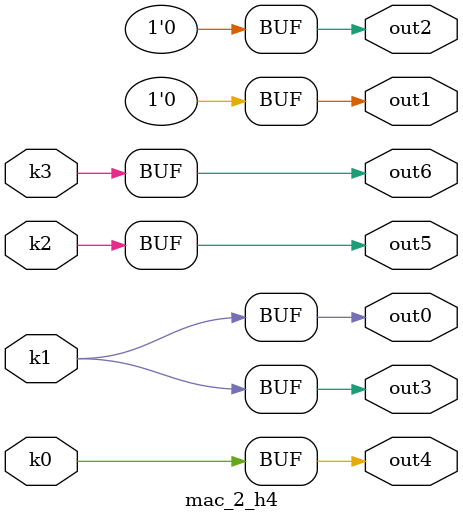
<source format=v>
module mac_2(pi0, pi1, pi2, pi3, pi4, pi5, pi6, pi7, pi8, po0, po1, po2, po3, po4, po5, po6);
input pi0, pi1, pi2, pi3, pi4, pi5, pi6, pi7, pi8;
output po0, po1, po2, po3, po4, po5, po6;
wire k0, k1, k2, k3;
mac_2_w4 DUT1 (pi0, pi1, pi2, pi3, pi4, pi5, pi6, pi7, pi8, k0, k1, k2, k3);
mac_2_h4 DUT2 (k0, k1, k2, k3, po0, po1, po2, po3, po4, po5, po6);
endmodule

module mac_2_w4(in8, in7, in6, in5, in4, in3, in2, in1, in0, k3, k2, k1, k0);
input in8, in7, in6, in5, in4, in3, in2, in1, in0;
output k3, k2, k1, k0;
assign k0 =   in5 & in7;
assign k1 =   (in6 & ((~in3 & ((in2 & in7 & in5 & ~in4 & in1) | (in8 & ~in2 & in4 & ~in1))) | (in2 & ((in8 & ((in7 & ~in5 & in4 & in1) | (in3 & ~in4 & ~in1))) | (in1 & ((in3 & in4 & (~in7 | in5)) | (~in8 & in5))) | (in7 & ~in5 & ~in1 & (~in8 | ~in4)))) | (in3 & ((in8 & ~in4 & ~in1 & (~in7 ^ ~in5)) | (in4 & in1 & ((~in7 & in5) | (~in2 & in7 & ~in5))))) | (~in2 & in7 & in5 & ((in4 & ~in1) | (in8 & ~in4 & in1))))) | (~in1 & ((in8 & ((in4 & ((~in3 & ((in2 & in7 & in5) | (~in7 & ~in5))) | (~in6 & (~in5 | (~in2 & ~in7))) | (~in2 & ~in7 & ~in5))) | (in2 & ~in7 & in5 & ~in4))) | (in7 & in5 & ((~in8 & (~in6 | ~in2)) | (~in6 & (~in2 ^ in4)))))) | (in1 & ((~in6 & ((in8 & in7 & (in2 ? ~in4 : (in5 & in4))) | (~in5 & (~in8 | ~in4)) | (~in2 & ~in7 & ~in4))) | (~in8 & (~in7 | (~in2 & ~in5))) | (~in4 & ((~in2 & ~in7 & ~in5) | (~in3 & ((~in7 & ~in5) | (~in2 & (~in7 | ~in5)))))) | (in2 & ~in7 & in5 & in4)));
assign k2 =   in2 ? ((in3 & ((in6 & ~in7 & in5) | (in8 & in7 & ~in5))) | (~in3 & ((in8 & in6 & in7 & in5) | (~in7 & ~in5))) | (~in8 & (~in6 | ~in7)) | (~in6 & ~in5)) : ((in6 & ((in3 & ((in7 & in5) | (in8 & ~in7 & ~in5))) | (in7 & (~in8 | (~in3 & ~in5))))) | (in8 & in5 & (~in6 | (~in3 & ~in7))));
assign k3 =   (in3 & (~in8 | ~in6)) | (in8 & in6 & ~in3);
endmodule

module mac_2_h4(k3, k2, k1, k0, out6, out5, out4, out3, out2, out1, out0);
input k3, k2, k1, k0;
output out6, out5, out4, out3, out2, out1, out0;
assign out0 = k1;
assign out1 = 0;
assign out2 = 0;
assign out3 = k1;
assign out4 = k0;
assign out5 = k2;
assign out6 = k3;
endmodule

</source>
